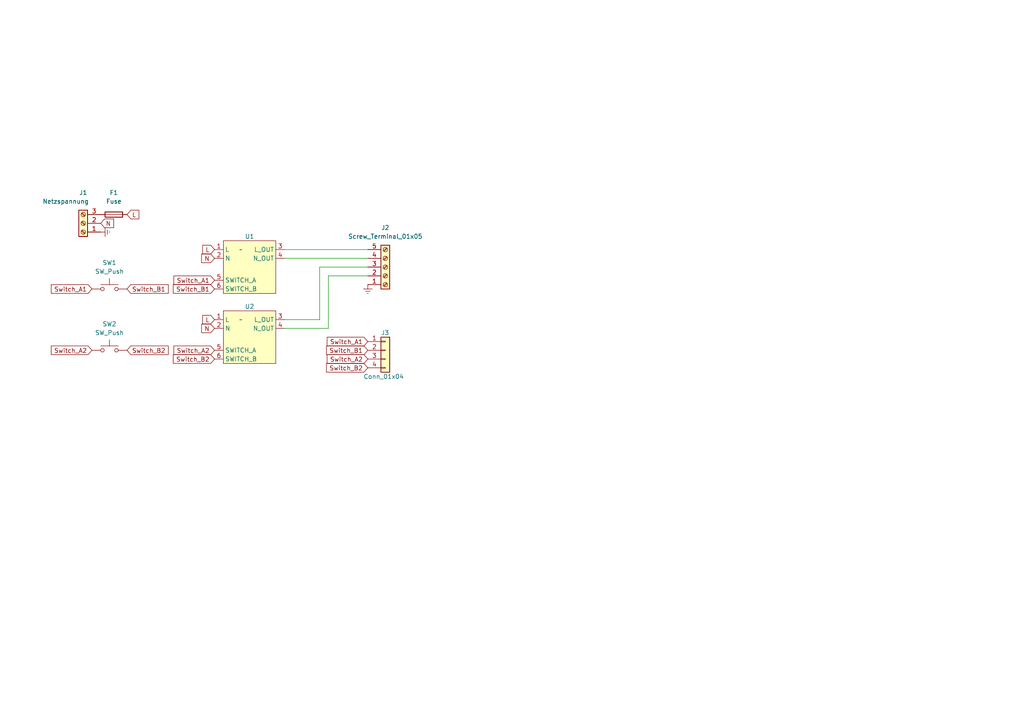
<source format=kicad_sch>
(kicad_sch (version 20230121) (generator eeschema)
  (paper "A4")
  (lib_symbols
    (symbol "Connector:Screw_Terminal_01x03" (pin_names (offset 1.016) hide)
      (property "Reference" "J" (at 0 5.08 0))
      (property "Value" "Screw_Terminal_01x03" (at 0 -5.08 0))
      (symbol "Screw_Terminal_01x03_1_1"
        (rectangle (start -1.27 3.81) (end 1.27 -3.81) (stroke (width 0.254)) (fill (type background)))
        (circle (center 0 -2.54) (radius 0.635) (stroke (width 0.1524)))
        (polyline (pts (xy -0.5334 -2.2098) (xy 0.3302 -3.048)) (stroke (width 0.1524)))
        (polyline (pts (xy -0.5334 0.3302) (xy 0.3302 -0.508)) (stroke (width 0.1524)))
        (polyline (pts (xy -0.5334 2.8702) (xy 0.3302 2.032)) (stroke (width 0.1524)))
        (polyline (pts (xy -0.3556 -2.032) (xy 0.508 -2.8702)) (stroke (width 0.1524)))
        (polyline (pts (xy -0.3556 0.508) (xy 0.508 -0.3302)) (stroke (width 0.1524)))
        (polyline (pts (xy -0.3556 3.048) (xy 0.508 2.2098)) (stroke (width 0.1524)))
        (circle (center 0 0) (radius 0.635) (stroke (width 0.1524)))
        (circle (center 0 2.54) (radius 0.635) (stroke (width 0.1524)))
        (pin passive line (at -5.08 2.54 0) (length 3.81) (name "Pin_1") (number "1"))
        (pin passive line (at -5.08 0 0) (length 3.81) (name "Pin_2") (number "2"))
        (pin passive line (at -5.08 -2.54 0) (length 3.81) (name "Pin_3") (number "3"))
      )
    )
    (symbol "Connector:Screw_Terminal_01x05" (pin_names (offset 1.016) hide)
      (property "Reference" "J" (at 0 7.62 0))
      (property "Value" "Screw_Terminal_01x05" (at 0 -7.62 0))
      (symbol "Screw_Terminal_01x05_1_1"
        (rectangle (start -1.27 6.35) (end 1.27 -6.35) (stroke (width 0.254)) (fill (type background)))
        (circle (center 0 -5.08) (radius 0.635) (stroke (width 0.1524)))
        (circle (center 0 -2.54) (radius 0.635) (stroke (width 0.1524)))
        (polyline (pts (xy -0.5334 -4.7498) (xy 0.3302 -5.588)) (stroke (width 0.1524)))
        (polyline (pts (xy -0.5334 -2.2098) (xy 0.3302 -3.048)) (stroke (width 0.1524)))
        (polyline (pts (xy -0.5334 0.3302) (xy 0.3302 -0.508)) (stroke (width 0.1524)))
        (polyline (pts (xy -0.5334 2.8702) (xy 0.3302 2.032)) (stroke (width 0.1524)))
        (polyline (pts (xy -0.5334 5.4102) (xy 0.3302 4.572)) (stroke (width 0.1524)))
        (polyline (pts (xy -0.3556 -4.572) (xy 0.508 -5.4102)) (stroke (width 0.1524)))
        (polyline (pts (xy -0.3556 -2.032) (xy 0.508 -2.8702)) (stroke (width 0.1524)))
        (polyline (pts (xy -0.3556 0.508) (xy 0.508 -0.3302)) (stroke (width 0.1524)))
        (polyline (pts (xy -0.3556 3.048) (xy 0.508 2.2098)) (stroke (width 0.1524)))
        (polyline (pts (xy -0.3556 5.588) (xy 0.508 4.7498)) (stroke (width 0.1524)))
        (circle (center 0 0) (radius 0.635) (stroke (width 0.1524)))
        (circle (center 0 2.54) (radius 0.635) (stroke (width 0.1524)))
        (circle (center 0 5.08) (radius 0.635) (stroke (width 0.1524)))
        (pin passive line (at -5.08 5.08 0) (length 3.81) (name "Pin_1") (number "1"))
        (pin passive line (at -5.08 2.54 0) (length 3.81) (name "Pin_2") (number "2"))
        (pin passive line (at -5.08 0 0) (length 3.81) (name "Pin_3") (number "3"))
        (pin passive line (at -5.08 -2.54 0) (length 3.81) (name "Pin_4") (number "4"))
        (pin passive line (at -5.08 -5.08 0) (length 3.81) (name "Pin_5") (number "5"))
      )
    )
    (symbol "Connector_Generic:Conn_01x04" (pin_names (offset 1.016) hide)
      (property "Reference" "J" (at 0 5.08 0))
      (property "Value" "Conn_01x04" (at 0 -7.62 0))
      (symbol "Conn_01x04_1_1"
        (rectangle (start -1.27 -4.953) (end 0 -5.207) (stroke (width 0.1524)))
        (rectangle (start -1.27 -2.413) (end 0 -2.667) (stroke (width 0.1524)))
        (rectangle (start -1.27 0.127) (end 0 -0.127) (stroke (width 0.1524)))
        (rectangle (start -1.27 2.667) (end 0 2.413) (stroke (width 0.1524)))
        (rectangle (start -1.27 3.81) (end 1.27 -6.35) (stroke (width 0.254)) (fill (type background)))
        (pin passive line (at -5.08 2.54 0) (length 3.81) (name "Pin_1") (number "1"))
        (pin passive line (at -5.08 0 0) (length 3.81) (name "Pin_2") (number "2"))
        (pin passive line (at -5.08 -2.54 0) (length 3.81) (name "Pin_3") (number "3"))
        (pin passive line (at -5.08 -5.08 0) (length 3.81) (name "Pin_4") (number "4"))
      )
    )
    (symbol "Device:Fuse" (pin_numbers hide) (pin_names (offset 0))
      (property "Reference" "F" (at 2.032 0 90))
      (property "Value" "Fuse" (at -1.905 0 90))
      (symbol "Fuse_0_1"
        (rectangle (start -0.762 -2.54) (end 0.762 2.54) (stroke (width 0.254)))
        (polyline (pts (xy 0 2.54) (xy 0 -2.54)))
      )
      (symbol "Fuse_1_1"
        (pin passive line (at 0 3.81 270) (length 1.27) (name "~") (number "1"))
        (pin passive line (at 0 -3.81 90) (length 1.27) (name "~") (number "2"))
      )
    )
    (symbol "Switch:SW_Push" (pin_numbers hide) (pin_names (offset 1.016) hide)
      (property "Reference" "SW" (at 1.27 2.54 0))
      (property "Value" "SW_Push" (at 0 -1.524 0))
      (symbol "SW_Push_0_1"
        (circle (center -2.032 0) (radius 0.508))
        (polyline (pts (xy 0 1.27) (xy 0 3.048)))
        (polyline (pts (xy 2.54 1.27) (xy -2.54 1.27)))
        (circle (center 2.032 0) (radius 0.508))
        (pin passive line (at -5.08 0 0) (length 2.54) (name "1") (number "1"))
        (pin passive line (at 5.08 0 180) (length 2.54) (name "2") (number "2"))
      )
    )
    (symbol "dimmer:dimmer"
      (property "Reference" "U" (at 0 8.89 0))
      (symbol "dimmer_1_1"
        (rectangle (start -7.62 7.62) (end 7.62 -7.62) (fill (type background)))
        (pin power_in line (at -10.16 5.08 0) (length 2.54) (name "L") (number "1"))
        (pin power_in line (at -10.16 2.54 0) (length 2.54) (name "N") (number "2"))
        (pin power_out line (at 10.16 5.08 180) (length 2.54) (name "L_OUT") (number "3"))
        (pin power_out line (at 10.16 2.54 180) (length 2.54) (name "N_OUT") (number "4"))
        (pin power_out line (at -10.16 -3.81 0) (length 2.54) (name "SWITCH_A") (number "5"))
        (pin power_out line (at -10.16 -6.35 0) (length 2.54) (name "SWITCH_B") (number "6"))
      )
    )
    (symbol "power:Earth" (power) (pin_names (offset 0))
      (symbol "Earth_0_1"
        (polyline (pts (xy -0.635 -1.905) (xy 0.635 -1.905)))
        (polyline (pts (xy -0.127 -2.54) (xy 0.127 -2.54)))
        (polyline (pts (xy 0 -1.27) (xy 0 0)))
        (polyline (pts (xy 1.27 -1.27) (xy -1.27 -1.27)))
      )
      (symbol "Earth_1_1"
        (pin power_in line (at 0 0 270) (length 0) hide (name "Earth") (number "1"))
      )
    )
  )
  (wire (pts (xy 82.55 92.71) (xy 92.71 92.71)))
  (wire (pts (xy 82.55 72.39) (xy 106.68 72.39)))
  (wire (pts (xy 92.71 92.71) (xy 92.71 77.47)))
  (wire (pts (xy 82.55 74.93) (xy 106.68 74.93)))
  (wire (pts (xy 92.71 77.47) (xy 106.68 77.47)))
  (wire (pts (xy 95.25 80.01) (xy 106.68 80.01)))
  (wire (pts (xy 95.25 95.25) (xy 95.25 80.01)))
  (wire (pts (xy 82.55 95.25) (xy 95.25 95.25)))
  (global_label "Switch_B2" (shape input) (at 36.83 101.6 0) (property "Intersheetrefs" "${INTERSHEET_REFS}" (effects hide)))
  (global_label "Switch_A1" (shape input) (at 62.23 81.28 180) (property "Intersheetrefs" "${INTERSHEET_REFS}" (effects hide)))
  (global_label "Switch_B1" (shape input) (at 62.23 83.82 180) (property "Intersheetrefs" "${INTERSHEET_REFS}" (effects hide)))
  (global_label "N" (shape input) (at 62.23 95.25 180) (property "Intersheetrefs" "${INTERSHEET_REFS}" (effects hide)))
  (global_label "Switch_A1" (shape input) (at 106.68 99.06 180) (property "Intersheetrefs" "${INTERSHEET_REFS}" (effects hide)))
  (global_label "Switch_A1" (shape input) (at 26.67 83.82 180) (property "Intersheetrefs" "${INTERSHEET_REFS}" (effects hide)))
  (global_label "L" (shape input) (at 36.83 62.23 0) (property "Intersheetrefs" "${INTERSHEET_REFS}" (effects hide)))
  (global_label "Switch_A2" (shape input) (at 26.67 101.6 180) (property "Intersheetrefs" "${INTERSHEET_REFS}" (effects hide)))
  (global_label "N" (shape input) (at 62.23 74.93 180) (property "Intersheetrefs" "${INTERSHEET_REFS}" (effects hide)))
  (global_label "Switch_A2" (shape input) (at 62.23 101.6 180) (property "Intersheetrefs" "${INTERSHEET_REFS}" (effects hide)))
  (global_label "Switch_B2" (shape input) (at 106.68 106.68 180) (property "Intersheetrefs" "${INTERSHEET_REFS}" (effects hide)))
  (global_label "Switch_A2" (shape input) (at 106.68 104.14 180) (property "Intersheetrefs" "${INTERSHEET_REFS}" (effects hide)))
  (global_label "N" (shape input) (at 29.21 64.77 0) (property "Intersheetrefs" "${INTERSHEET_REFS}" (effects hide)))
  (global_label "L" (shape input) (at 62.23 92.71 180) (property "Intersheetrefs" "${INTERSHEET_REFS}" (effects hide)))
  (global_label "L" (shape input) (at 62.23 72.39 180) (property "Intersheetrefs" "${INTERSHEET_REFS}" (effects hide)))
  (global_label "Switch_B2" (shape input) (at 62.23 104.14 180) (property "Intersheetrefs" "${INTERSHEET_REFS}" (effects hide)))
  (global_label "Switch_B1" (shape input) (at 106.68 101.6 180) (property "Intersheetrefs" "${INTERSHEET_REFS}" (effects hide)))
  (global_label "Switch_B1" (shape input) (at 36.83 83.82 0) (property "Intersheetrefs" "${INTERSHEET_REFS}" (effects hide)))
  (symbol (lib_id "dimmer:dimmer") (at 72.39 97.79 0) (unit 1)
    (property "Reference" "U2" (at 72.39 88.9 0))
    (property "Value" "~" (at 69.85 92.71 0))
    (property "Footprint" "dimmer:dimmer" (effects hide))
  )
  (symbol (lib_id "Connector:Screw_Terminal_01x05") (at 111.76 77.47 0) (mirror x) (unit 1)
    (property "Reference" "J2" (at 111.76 66.04 0))
    (property "Value" "Screw_Terminal_01x05" (at 111.76 68.58 0))
    (property "Footprint" "TerminalBlock_Phoenix:TerminalBlock_Phoenix_MKDS-1,5-5-5.08_1x05_P5.08mm_Horizontal" (effects hide))
  )
  (symbol (lib_id "dimmer:dimmer") (at 72.39 77.47 0) (unit 1)
    (property "Reference" "U1" (at 72.39 68.58 0))
    (property "Value" "~" (at 69.85 72.39 0))
    (property "Footprint" "dimmer:dimmer" (effects hide))
  )
  (symbol (lib_id "Connector:Screw_Terminal_01x03") (at 24.13 64.77 180) (unit 1)
    (property "Reference" "J1" (at 24.13 55.88 0))
    (property "Value" "Netzspannung" (at 19.05 58.42 0))
    (property "Footprint" "TerminalBlock_Phoenix:TerminalBlock_Phoenix_MKDS-1,5-3-5.08_1x03_P5.08mm_Horizontal" (effects hide))
  )
  (symbol (lib_id "Switch:SW_Push") (at 31.75 101.6 0) (mirror y) (unit 1)
    (property "Reference" "SW2" (at 31.75 93.98 0))
    (property "Value" "SW_Push" (at 31.75 96.52 0))
  )
  (symbol (lib_id "Switch:SW_Push") (at 31.75 83.82 0) (mirror y) (unit 1)
    (property "Reference" "SW1" (at 31.75 76.2 0))
    (property "Value" "SW_Push" (at 31.75 78.74 0))
  )
  (symbol (lib_id "Connector_Generic:Conn_01x04") (at 111.76 101.6 0) (unit 1)
    (property "Reference" "J3" (at 110.49 96.52 0) (effects (justify left)))
    (property "Value" "Conn_01x04" (at 105.41 109.22 0) (effects (justify left)))
    (property "Footprint" "Connector_PinHeader_2.54mm:PinHeader_1x04_P2.54mm_Vertical" (effects hide))
  )
  (symbol (lib_id "Device:Fuse") (at 33.02 62.23 90) (unit 1)
    (property "Reference" "F1" (at 33.02 55.88 90))
    (property "Value" "Fuse" (at 33.02 58.42 90))
    (property "Footprint" "Fuse:Fuseholder_Cylinder-5x20mm_Schurter_0031_8201_Horizontal_Open" (effects hide))
    (property "Price" "2.5" (effects hide))
  )
  (symbol (lib_id "power:Earth") (at 106.68 82.55 0) (mirror y) (unit 1)
    (property "Reference" "#PWR02" (effects hide))
    (property "Value" "Earth" (effects hide))
  )
  (symbol (lib_id "power:Earth") (at 29.21 67.31 90) (unit 1)
    (property "Reference" "#PWR01" (effects hide))
    (property "Value" "Earth" (effects hide))
  )
)
</source>
